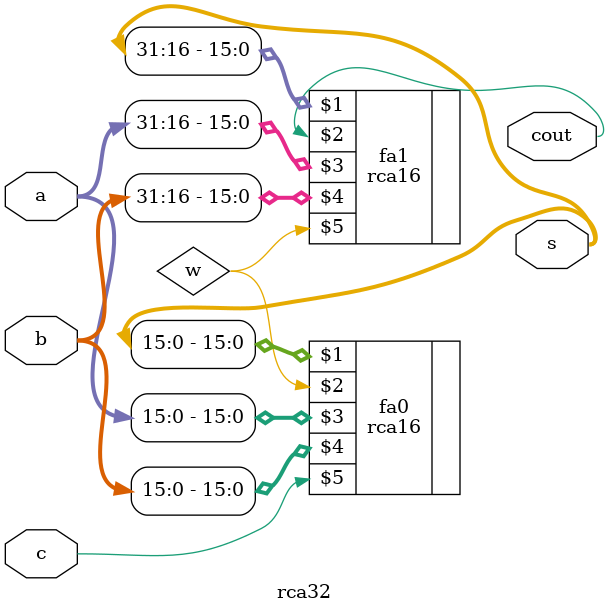
<source format=v>
module rca32(s,cout,a,b,c);
input[31:0] a,b;
input c;
output[31:0] s;
output cout;
wire w;
rca16 fa0(s[15:0],w,a[15:0],b[15:0],c);
rca16 fa1(s[31:16],cout,a[31:16],b[31:16],w);
endmodule

</source>
